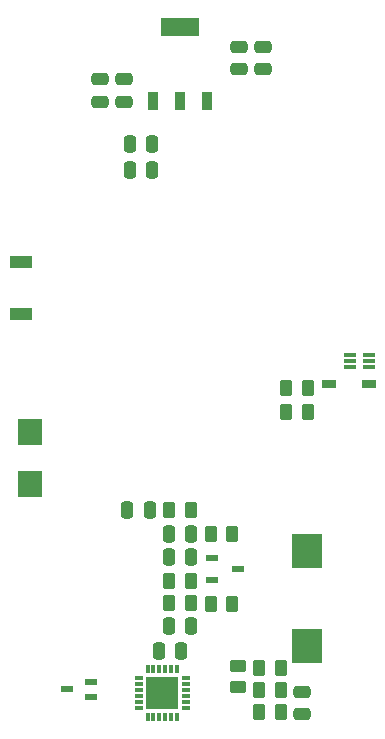
<source format=gbr>
%TF.GenerationSoftware,KiCad,Pcbnew,7.0.8*%
%TF.CreationDate,2023-10-25T09:11:50+02:00*%
%TF.ProjectId,AxxSolder,41787853-6f6c-4646-9572-2e6b69636164,rev?*%
%TF.SameCoordinates,Original*%
%TF.FileFunction,Paste,Top*%
%TF.FilePolarity,Positive*%
%FSLAX46Y46*%
G04 Gerber Fmt 4.6, Leading zero omitted, Abs format (unit mm)*
G04 Created by KiCad (PCBNEW 7.0.8) date 2023-10-25 09:11:50*
%MOMM*%
%LPD*%
G01*
G04 APERTURE LIST*
G04 Aperture macros list*
%AMRoundRect*
0 Rectangle with rounded corners*
0 $1 Rounding radius*
0 $2 $3 $4 $5 $6 $7 $8 $9 X,Y pos of 4 corners*
0 Add a 4 corners polygon primitive as box body*
4,1,4,$2,$3,$4,$5,$6,$7,$8,$9,$2,$3,0*
0 Add four circle primitives for the rounded corners*
1,1,$1+$1,$2,$3*
1,1,$1+$1,$4,$5*
1,1,$1+$1,$6,$7*
1,1,$1+$1,$8,$9*
0 Add four rect primitives between the rounded corners*
20,1,$1+$1,$2,$3,$4,$5,0*
20,1,$1+$1,$4,$5,$6,$7,0*
20,1,$1+$1,$6,$7,$8,$9,0*
20,1,$1+$1,$8,$9,$2,$3,0*%
G04 Aperture macros list end*
%ADD10RoundRect,0.250000X0.250000X0.475000X-0.250000X0.475000X-0.250000X-0.475000X0.250000X-0.475000X0*%
%ADD11RoundRect,0.250000X-0.250000X-0.475000X0.250000X-0.475000X0.250000X0.475000X-0.250000X0.475000X0*%
%ADD12RoundRect,0.250000X0.450000X-0.262500X0.450000X0.262500X-0.450000X0.262500X-0.450000X-0.262500X0*%
%ADD13RoundRect,0.250000X0.475000X-0.250000X0.475000X0.250000X-0.475000X0.250000X-0.475000X-0.250000X0*%
%ADD14RoundRect,0.250000X0.262500X0.450000X-0.262500X0.450000X-0.262500X-0.450000X0.262500X-0.450000X0*%
%ADD15R,1.050000X0.500000*%
%ADD16R,1.050000X0.600000*%
%ADD17RoundRect,0.250000X-0.262500X-0.450000X0.262500X-0.450000X0.262500X0.450000X-0.262500X0.450000X0*%
%ADD18R,2.500000X3.000000*%
%ADD19RoundRect,0.250000X-0.475000X0.250000X-0.475000X-0.250000X0.475000X-0.250000X0.475000X0.250000X0*%
%ADD20R,1.930000X1.000000*%
%ADD21R,1.200000X0.750000*%
%ADD22R,0.950000X1.650000*%
%ADD23R,3.250000X1.650000*%
%ADD24R,2.150000X2.200000*%
%ADD25R,0.990000X0.300000*%
%ADD26R,0.800000X0.300000*%
%ADD27R,0.300000X0.800000*%
%ADD28R,2.800000X2.800000*%
G04 APERTURE END LIST*
D10*
%TO.C,C9*%
X115450000Y-99500000D03*
X113550000Y-99500000D03*
%TD*%
D11*
%TO.C,C10*%
X117050000Y-103500000D03*
X118950000Y-103500000D03*
%TD*%
D12*
%TO.C,R31*%
X122900000Y-114512500D03*
X122900000Y-112687500D03*
%TD*%
D13*
%TO.C,C13*%
X123000000Y-62200000D03*
X123000000Y-60300000D03*
%TD*%
D14*
%TO.C,R33*%
X126512500Y-112900000D03*
X124687500Y-112900000D03*
%TD*%
D15*
%TO.C,D10*%
X110500000Y-115350000D03*
X110500000Y-114050000D03*
X108400000Y-114700000D03*
%TD*%
D14*
%TO.C,R12*%
X118912500Y-99500000D03*
X117087500Y-99500000D03*
%TD*%
D13*
%TO.C,C6*%
X125000000Y-62200000D03*
X125000000Y-60300000D03*
%TD*%
D10*
%TO.C,C29*%
X115650000Y-68500000D03*
X113750000Y-68500000D03*
%TD*%
D16*
%TO.C,Q2*%
X120700000Y-103550000D03*
X120700000Y-105450000D03*
X122900000Y-104500000D03*
%TD*%
D11*
%TO.C,C20*%
X116200000Y-111400000D03*
X118100000Y-111400000D03*
%TD*%
D14*
%TO.C,R16*%
X122412500Y-101500000D03*
X120587500Y-101500000D03*
%TD*%
D17*
%TO.C,R11*%
X117087500Y-107350000D03*
X118912500Y-107350000D03*
%TD*%
D18*
%TO.C,LS1*%
X128750000Y-103000000D03*
X128750000Y-111000000D03*
%TD*%
D17*
%TO.C,R17*%
X120587500Y-107500000D03*
X122412500Y-107500000D03*
%TD*%
D19*
%TO.C,C19*%
X111250000Y-63050000D03*
X111250000Y-64950000D03*
%TD*%
D20*
%TO.C,D7*%
X104500000Y-82900000D03*
X104500000Y-78500000D03*
%TD*%
D21*
%TO.C,D11*%
X130600000Y-88800000D03*
X134000000Y-88800000D03*
%TD*%
D14*
%TO.C,R34*%
X126512500Y-116600000D03*
X124687500Y-116600000D03*
%TD*%
D22*
%TO.C,PS1*%
X115700000Y-64900000D03*
X118000000Y-64900000D03*
X120300000Y-64900000D03*
D23*
X118000000Y-58600000D03*
%TD*%
D19*
%TO.C,C22*%
X113250000Y-63050000D03*
X113250000Y-64950000D03*
%TD*%
D24*
%TO.C,D9*%
X105300000Y-97300000D03*
X105300000Y-92900000D03*
%TD*%
D14*
%TO.C,R13*%
X118912500Y-105500000D03*
X117087500Y-105500000D03*
%TD*%
D11*
%TO.C,C30*%
X117050000Y-109350000D03*
X118950000Y-109350000D03*
%TD*%
D17*
%TO.C,R32*%
X124687500Y-114750000D03*
X126512500Y-114750000D03*
%TD*%
D11*
%TO.C,C8*%
X117050000Y-101500000D03*
X118950000Y-101500000D03*
%TD*%
D13*
%TO.C,C31*%
X128350000Y-116800000D03*
X128350000Y-114900000D03*
%TD*%
D17*
%TO.C,R30*%
X126987500Y-91200000D03*
X128812500Y-91200000D03*
%TD*%
D10*
%TO.C,C28*%
X115650000Y-70700000D03*
X113750000Y-70700000D03*
%TD*%
D25*
%TO.C,IC8*%
X132395000Y-86400000D03*
X132395000Y-86900000D03*
X132395000Y-87400000D03*
X134005000Y-87400000D03*
X134005000Y-86900000D03*
X134005000Y-86400000D03*
%TD*%
D17*
%TO.C,R27*%
X126987500Y-89200000D03*
X128812500Y-89200000D03*
%TD*%
D26*
%TO.C,IC7*%
X114500000Y-113750000D03*
X114500000Y-114250000D03*
X114500000Y-114750000D03*
X114500000Y-115250000D03*
X114500000Y-115750000D03*
X114500000Y-116250000D03*
D27*
X115250000Y-117000000D03*
X115750000Y-117000000D03*
X116250000Y-117000000D03*
X116750000Y-117000000D03*
X117250000Y-117000000D03*
X117750000Y-117000000D03*
D26*
X118500000Y-116250000D03*
X118500000Y-115750000D03*
X118500000Y-115250000D03*
X118500000Y-114750000D03*
X118500000Y-114250000D03*
X118500000Y-113750000D03*
D27*
X117750000Y-113000000D03*
X117250000Y-113000000D03*
X116750000Y-113000000D03*
X116250000Y-113000000D03*
X115750000Y-113000000D03*
X115250000Y-113000000D03*
D28*
X116500000Y-115000000D03*
%TD*%
M02*

</source>
